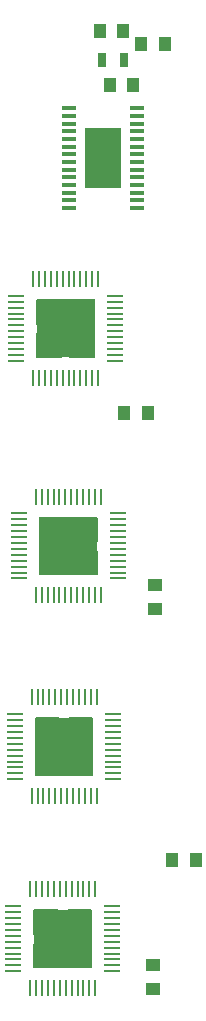
<source format=gbr>
%TF.GenerationSoftware,KiCad,Pcbnew,(5.0.0)*%
%TF.CreationDate,2018-08-10T17:36:29+10:00*%
%TF.ProjectId,MotorDriver,4D6F746F724472697665722E6B696361,rev?*%
%TF.SameCoordinates,Original*%
%TF.FileFunction,Paste,Bot*%
%TF.FilePolarity,Positive*%
%FSLAX46Y46*%
G04 Gerber Fmt 4.6, Leading zero omitted, Abs format (unit mm)*
G04 Created by KiCad (PCBNEW (5.0.0)) date 08/10/18 17:36:29*
%MOMM*%
%LPD*%
G01*
G04 APERTURE LIST*
%ADD10C,0.150000*%
%ADD11R,1.200000X0.400000*%
%ADD12R,3.100000X5.180000*%
%ADD13R,5.000000X5.000000*%
%ADD14R,0.250000X1.450000*%
%ADD15R,1.450000X0.250000*%
%ADD16R,1.250000X1.000000*%
%ADD17R,1.000000X1.250000*%
%ADD18R,0.700000X1.300000*%
G04 APERTURE END LIST*
D10*
G36*
X211035600Y-108108800D02*
X211035600Y-106108800D01*
X209035600Y-106108800D01*
X209035600Y-108108800D01*
X211035600Y-108108800D01*
G37*
X211035600Y-108108800D02*
X211035600Y-106108800D01*
X209035600Y-106108800D01*
X209035600Y-108108800D01*
X211035600Y-108108800D01*
G36*
X208235600Y-108108800D02*
X208235600Y-106108800D01*
X206235600Y-106108800D01*
X206235600Y-108108800D01*
X208235600Y-108108800D01*
G37*
X208235600Y-108108800D02*
X208235600Y-106108800D01*
X206235600Y-106108800D01*
X206235600Y-108108800D01*
X208235600Y-108108800D01*
G36*
X208235600Y-110908800D02*
X208235600Y-108908800D01*
X206235600Y-108908800D01*
X206235600Y-110908800D01*
X208235600Y-110908800D01*
G37*
X208235600Y-110908800D02*
X208235600Y-108908800D01*
X206235600Y-108908800D01*
X206235600Y-110908800D01*
X208235600Y-110908800D01*
G36*
X211035600Y-110908800D02*
X211035600Y-108908800D01*
X209035600Y-108908800D01*
X209035600Y-110908800D01*
X211035600Y-110908800D01*
G37*
X211035600Y-110908800D02*
X211035600Y-108908800D01*
X209035600Y-108908800D01*
X209035600Y-110908800D01*
X211035600Y-110908800D01*
G36*
X211150000Y-91850000D02*
X211150000Y-89850000D01*
X209150000Y-89850000D01*
X209150000Y-91850000D01*
X211150000Y-91850000D01*
G37*
X211150000Y-91850000D02*
X211150000Y-89850000D01*
X209150000Y-89850000D01*
X209150000Y-91850000D01*
X211150000Y-91850000D01*
G36*
X208350000Y-91850000D02*
X208350000Y-89850000D01*
X206350000Y-89850000D01*
X206350000Y-91850000D01*
X208350000Y-91850000D01*
G37*
X208350000Y-91850000D02*
X208350000Y-89850000D01*
X206350000Y-89850000D01*
X206350000Y-91850000D01*
X208350000Y-91850000D01*
G36*
X208350000Y-94650000D02*
X208350000Y-92650000D01*
X206350000Y-92650000D01*
X206350000Y-94650000D01*
X208350000Y-94650000D01*
G37*
X208350000Y-94650000D02*
X208350000Y-92650000D01*
X206350000Y-92650000D01*
X206350000Y-94650000D01*
X208350000Y-94650000D01*
G36*
X211150000Y-94650000D02*
X211150000Y-92650000D01*
X209150000Y-92650000D01*
X209150000Y-94650000D01*
X211150000Y-94650000D01*
G37*
X211150000Y-94650000D02*
X211150000Y-92650000D01*
X209150000Y-92650000D01*
X209150000Y-94650000D01*
X211150000Y-94650000D01*
G36*
X211500000Y-77650000D02*
X211500000Y-75650000D01*
X209500000Y-75650000D01*
X209500000Y-77650000D01*
X211500000Y-77650000D01*
G37*
X211500000Y-77650000D02*
X211500000Y-75650000D01*
X209500000Y-75650000D01*
X209500000Y-77650000D01*
X211500000Y-77650000D01*
G36*
X208700000Y-77650000D02*
X208700000Y-75650000D01*
X206700000Y-75650000D01*
X206700000Y-77650000D01*
X208700000Y-77650000D01*
G37*
X208700000Y-77650000D02*
X208700000Y-75650000D01*
X206700000Y-75650000D01*
X206700000Y-77650000D01*
X208700000Y-77650000D01*
G36*
X208700000Y-74850000D02*
X208700000Y-72850000D01*
X206700000Y-72850000D01*
X206700000Y-74850000D01*
X208700000Y-74850000D01*
G37*
X208700000Y-74850000D02*
X208700000Y-72850000D01*
X206700000Y-72850000D01*
X206700000Y-74850000D01*
X208700000Y-74850000D01*
G36*
X211500000Y-74850000D02*
X211500000Y-72850000D01*
X209500000Y-72850000D01*
X209500000Y-74850000D01*
X211500000Y-74850000D01*
G37*
X211500000Y-74850000D02*
X211500000Y-72850000D01*
X209500000Y-72850000D01*
X209500000Y-74850000D01*
X211500000Y-74850000D01*
G36*
X211275000Y-59225000D02*
X211275000Y-57225000D01*
X209275000Y-57225000D01*
X209275000Y-59225000D01*
X211275000Y-59225000D01*
G37*
X211275000Y-59225000D02*
X211275000Y-57225000D01*
X209275000Y-57225000D01*
X209275000Y-59225000D01*
X211275000Y-59225000D01*
G36*
X208475000Y-59225000D02*
X208475000Y-57225000D01*
X206475000Y-57225000D01*
X206475000Y-59225000D01*
X208475000Y-59225000D01*
G37*
X208475000Y-59225000D02*
X208475000Y-57225000D01*
X206475000Y-57225000D01*
X206475000Y-59225000D01*
X208475000Y-59225000D01*
G36*
X208475000Y-56425000D02*
X208475000Y-54425000D01*
X206475000Y-54425000D01*
X206475000Y-56425000D01*
X208475000Y-56425000D01*
G37*
X208475000Y-56425000D02*
X208475000Y-54425000D01*
X206475000Y-54425000D01*
X206475000Y-56425000D01*
X208475000Y-56425000D01*
G36*
X211275000Y-56425000D02*
X211275000Y-54425000D01*
X209275000Y-54425000D01*
X209275000Y-56425000D01*
X211275000Y-56425000D01*
G37*
X211275000Y-56425000D02*
X211275000Y-54425000D01*
X209275000Y-54425000D01*
X209275000Y-56425000D01*
X211275000Y-56425000D01*
D11*
X214940000Y-38185000D03*
X214940000Y-38835000D03*
X214940000Y-39485000D03*
X214940000Y-40135000D03*
X214940000Y-40785000D03*
X214940000Y-41435000D03*
X214940000Y-42085000D03*
X214940000Y-42735000D03*
X214940000Y-43385000D03*
X214940000Y-44035000D03*
X214940000Y-44685000D03*
X214940000Y-45335000D03*
X214940000Y-45985000D03*
X214940000Y-46635000D03*
X209140000Y-46635000D03*
X209140000Y-45985000D03*
X209140000Y-45335000D03*
X209140000Y-44685000D03*
X209140000Y-44035000D03*
X209140000Y-43385000D03*
X209140000Y-42735000D03*
X209140000Y-42085000D03*
X209140000Y-41435000D03*
X209140000Y-40785000D03*
X209140000Y-40135000D03*
X209140000Y-39485000D03*
X209140000Y-38835000D03*
X209140000Y-38185000D03*
D12*
X212040000Y-42410000D03*
D13*
X208635600Y-108508800D03*
D14*
X205885600Y-112683800D03*
X206385600Y-112683800D03*
X206885600Y-112683800D03*
X207385600Y-112683800D03*
X207885600Y-112683800D03*
X208385600Y-112683800D03*
X208885600Y-112683800D03*
X209385600Y-112683800D03*
X209885600Y-112683800D03*
X210385600Y-112683800D03*
X210885600Y-112683800D03*
X211385600Y-112683800D03*
D15*
X212810600Y-111258800D03*
X212810600Y-110758800D03*
X212810600Y-110258800D03*
X212810600Y-109758800D03*
X212810600Y-109258800D03*
X212810600Y-108758800D03*
X212810600Y-108258800D03*
X212810600Y-107758800D03*
X212810600Y-107258800D03*
X212810600Y-106758800D03*
X212810600Y-106258800D03*
X212810600Y-105758800D03*
D14*
X211385600Y-104333800D03*
X210885600Y-104333800D03*
X210385600Y-104333800D03*
X209885600Y-104333800D03*
X209385600Y-104333800D03*
X208885600Y-104333800D03*
X208385600Y-104333800D03*
X207885600Y-104333800D03*
X207385600Y-104333800D03*
X206885600Y-104333800D03*
X206385600Y-104333800D03*
X205885600Y-104333800D03*
D15*
X204460600Y-105758800D03*
X204460600Y-106258800D03*
X204460600Y-106758800D03*
X204460600Y-107258800D03*
X204460600Y-107758800D03*
X204460600Y-108258800D03*
X204460600Y-108758800D03*
X204460600Y-109258800D03*
X204460600Y-109758800D03*
X204460600Y-110258800D03*
X204460600Y-110758800D03*
X204460600Y-111258800D03*
D16*
X216250000Y-110750000D03*
X216250000Y-112750000D03*
D13*
X208750000Y-92250000D03*
D14*
X206000000Y-96425000D03*
X206500000Y-96425000D03*
X207000000Y-96425000D03*
X207500000Y-96425000D03*
X208000000Y-96425000D03*
X208500000Y-96425000D03*
X209000000Y-96425000D03*
X209500000Y-96425000D03*
X210000000Y-96425000D03*
X210500000Y-96425000D03*
X211000000Y-96425000D03*
X211500000Y-96425000D03*
D15*
X212925000Y-95000000D03*
X212925000Y-94500000D03*
X212925000Y-94000000D03*
X212925000Y-93500000D03*
X212925000Y-93000000D03*
X212925000Y-92500000D03*
X212925000Y-92000000D03*
X212925000Y-91500000D03*
X212925000Y-91000000D03*
X212925000Y-90500000D03*
X212925000Y-90000000D03*
X212925000Y-89500000D03*
D14*
X211500000Y-88075000D03*
X211000000Y-88075000D03*
X210500000Y-88075000D03*
X210000000Y-88075000D03*
X209500000Y-88075000D03*
X209000000Y-88075000D03*
X208500000Y-88075000D03*
X208000000Y-88075000D03*
X207500000Y-88075000D03*
X207000000Y-88075000D03*
X206500000Y-88075000D03*
X206000000Y-88075000D03*
D15*
X204575000Y-89500000D03*
X204575000Y-90000000D03*
X204575000Y-90500000D03*
X204575000Y-91000000D03*
X204575000Y-91500000D03*
X204575000Y-92000000D03*
X204575000Y-92500000D03*
X204575000Y-93000000D03*
X204575000Y-93500000D03*
X204575000Y-94000000D03*
X204575000Y-94500000D03*
X204575000Y-95000000D03*
D17*
X219884500Y-101854000D03*
X217884500Y-101854000D03*
D16*
X216471500Y-78565500D03*
X216471500Y-80565500D03*
D17*
X214590000Y-36180000D03*
X212590000Y-36180000D03*
X217281000Y-32740000D03*
X215281000Y-32740000D03*
X213750000Y-31660000D03*
X211750000Y-31660000D03*
X215820500Y-64008000D03*
X213820500Y-64008000D03*
D15*
X204925000Y-78000000D03*
X204925000Y-77500000D03*
X204925000Y-77000000D03*
X204925000Y-76500000D03*
X204925000Y-76000000D03*
X204925000Y-75500000D03*
X204925000Y-75000000D03*
X204925000Y-74500000D03*
X204925000Y-74000000D03*
X204925000Y-73500000D03*
X204925000Y-73000000D03*
X204925000Y-72500000D03*
D14*
X206350000Y-71075000D03*
X206850000Y-71075000D03*
X207350000Y-71075000D03*
X207850000Y-71075000D03*
X208350000Y-71075000D03*
X208850000Y-71075000D03*
X209350000Y-71075000D03*
X209850000Y-71075000D03*
X210350000Y-71075000D03*
X210850000Y-71075000D03*
X211350000Y-71075000D03*
X211850000Y-71075000D03*
D15*
X213275000Y-72500000D03*
X213275000Y-73000000D03*
X213275000Y-73500000D03*
X213275000Y-74000000D03*
X213275000Y-74500000D03*
X213275000Y-75000000D03*
X213275000Y-75500000D03*
X213275000Y-76000000D03*
X213275000Y-76500000D03*
X213275000Y-77000000D03*
X213275000Y-77500000D03*
X213275000Y-78000000D03*
D14*
X211850000Y-79425000D03*
X211350000Y-79425000D03*
X210850000Y-79425000D03*
X210350000Y-79425000D03*
X209850000Y-79425000D03*
X209350000Y-79425000D03*
X208850000Y-79425000D03*
X208350000Y-79425000D03*
X207850000Y-79425000D03*
X207350000Y-79425000D03*
X206850000Y-79425000D03*
X206350000Y-79425000D03*
D13*
X209100000Y-75250000D03*
D15*
X204700000Y-59575000D03*
X204700000Y-59075000D03*
X204700000Y-58575000D03*
X204700000Y-58075000D03*
X204700000Y-57575000D03*
X204700000Y-57075000D03*
X204700000Y-56575000D03*
X204700000Y-56075000D03*
X204700000Y-55575000D03*
X204700000Y-55075000D03*
X204700000Y-54575000D03*
X204700000Y-54075000D03*
D14*
X206125000Y-52650000D03*
X206625000Y-52650000D03*
X207125000Y-52650000D03*
X207625000Y-52650000D03*
X208125000Y-52650000D03*
X208625000Y-52650000D03*
X209125000Y-52650000D03*
X209625000Y-52650000D03*
X210125000Y-52650000D03*
X210625000Y-52650000D03*
X211125000Y-52650000D03*
X211625000Y-52650000D03*
D15*
X213050000Y-54075000D03*
X213050000Y-54575000D03*
X213050000Y-55075000D03*
X213050000Y-55575000D03*
X213050000Y-56075000D03*
X213050000Y-56575000D03*
X213050000Y-57075000D03*
X213050000Y-57575000D03*
X213050000Y-58075000D03*
X213050000Y-58575000D03*
X213050000Y-59075000D03*
X213050000Y-59575000D03*
D14*
X211625000Y-61000000D03*
X211125000Y-61000000D03*
X210625000Y-61000000D03*
X210125000Y-61000000D03*
X209625000Y-61000000D03*
X209125000Y-61000000D03*
X208625000Y-61000000D03*
X208125000Y-61000000D03*
X207625000Y-61000000D03*
X207125000Y-61000000D03*
X206625000Y-61000000D03*
X206125000Y-61000000D03*
D13*
X208875000Y-56825000D03*
D18*
X211940000Y-34080000D03*
X213840000Y-34080000D03*
M02*

</source>
